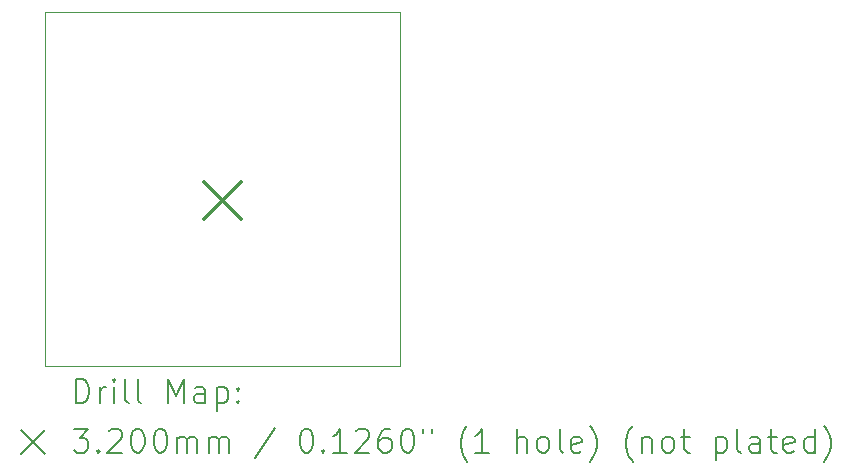
<source format=gbr>
%TF.GenerationSoftware,KiCad,Pcbnew,9.0.2*%
%TF.CreationDate,2025-07-05T11:04:58-07:00*%
%TF.ProjectId,Passive,50617373-6976-4652-9e6b-696361645f70,rev?*%
%TF.SameCoordinates,Original*%
%TF.FileFunction,Drillmap*%
%TF.FilePolarity,Positive*%
%FSLAX45Y45*%
G04 Gerber Fmt 4.5, Leading zero omitted, Abs format (unit mm)*
G04 Created by KiCad (PCBNEW 9.0.2) date 2025-07-05 11:04:58*
%MOMM*%
%LPD*%
G01*
G04 APERTURE LIST*
%ADD10C,0.050000*%
%ADD11C,0.200000*%
%ADD12C,0.320000*%
G04 APERTURE END LIST*
D10*
X13750000Y-6550000D02*
X16750000Y-6550000D01*
X16750000Y-9550000D01*
X13750000Y-9550000D01*
X13750000Y-6550000D01*
D11*
D12*
X15090000Y-7990000D02*
X15410000Y-8310000D01*
X15410000Y-7990000D02*
X15090000Y-8310000D01*
D11*
X14008277Y-9863984D02*
X14008277Y-9663984D01*
X14008277Y-9663984D02*
X14055896Y-9663984D01*
X14055896Y-9663984D02*
X14084467Y-9673508D01*
X14084467Y-9673508D02*
X14103515Y-9692555D01*
X14103515Y-9692555D02*
X14113039Y-9711603D01*
X14113039Y-9711603D02*
X14122562Y-9749698D01*
X14122562Y-9749698D02*
X14122562Y-9778270D01*
X14122562Y-9778270D02*
X14113039Y-9816365D01*
X14113039Y-9816365D02*
X14103515Y-9835412D01*
X14103515Y-9835412D02*
X14084467Y-9854460D01*
X14084467Y-9854460D02*
X14055896Y-9863984D01*
X14055896Y-9863984D02*
X14008277Y-9863984D01*
X14208277Y-9863984D02*
X14208277Y-9730650D01*
X14208277Y-9768746D02*
X14217801Y-9749698D01*
X14217801Y-9749698D02*
X14227324Y-9740174D01*
X14227324Y-9740174D02*
X14246372Y-9730650D01*
X14246372Y-9730650D02*
X14265420Y-9730650D01*
X14332086Y-9863984D02*
X14332086Y-9730650D01*
X14332086Y-9663984D02*
X14322562Y-9673508D01*
X14322562Y-9673508D02*
X14332086Y-9683031D01*
X14332086Y-9683031D02*
X14341610Y-9673508D01*
X14341610Y-9673508D02*
X14332086Y-9663984D01*
X14332086Y-9663984D02*
X14332086Y-9683031D01*
X14455896Y-9863984D02*
X14436848Y-9854460D01*
X14436848Y-9854460D02*
X14427324Y-9835412D01*
X14427324Y-9835412D02*
X14427324Y-9663984D01*
X14560658Y-9863984D02*
X14541610Y-9854460D01*
X14541610Y-9854460D02*
X14532086Y-9835412D01*
X14532086Y-9835412D02*
X14532086Y-9663984D01*
X14789229Y-9863984D02*
X14789229Y-9663984D01*
X14789229Y-9663984D02*
X14855896Y-9806841D01*
X14855896Y-9806841D02*
X14922562Y-9663984D01*
X14922562Y-9663984D02*
X14922562Y-9863984D01*
X15103515Y-9863984D02*
X15103515Y-9759222D01*
X15103515Y-9759222D02*
X15093991Y-9740174D01*
X15093991Y-9740174D02*
X15074943Y-9730650D01*
X15074943Y-9730650D02*
X15036848Y-9730650D01*
X15036848Y-9730650D02*
X15017801Y-9740174D01*
X15103515Y-9854460D02*
X15084467Y-9863984D01*
X15084467Y-9863984D02*
X15036848Y-9863984D01*
X15036848Y-9863984D02*
X15017801Y-9854460D01*
X15017801Y-9854460D02*
X15008277Y-9835412D01*
X15008277Y-9835412D02*
X15008277Y-9816365D01*
X15008277Y-9816365D02*
X15017801Y-9797317D01*
X15017801Y-9797317D02*
X15036848Y-9787793D01*
X15036848Y-9787793D02*
X15084467Y-9787793D01*
X15084467Y-9787793D02*
X15103515Y-9778270D01*
X15198753Y-9730650D02*
X15198753Y-9930650D01*
X15198753Y-9740174D02*
X15217801Y-9730650D01*
X15217801Y-9730650D02*
X15255896Y-9730650D01*
X15255896Y-9730650D02*
X15274943Y-9740174D01*
X15274943Y-9740174D02*
X15284467Y-9749698D01*
X15284467Y-9749698D02*
X15293991Y-9768746D01*
X15293991Y-9768746D02*
X15293991Y-9825889D01*
X15293991Y-9825889D02*
X15284467Y-9844936D01*
X15284467Y-9844936D02*
X15274943Y-9854460D01*
X15274943Y-9854460D02*
X15255896Y-9863984D01*
X15255896Y-9863984D02*
X15217801Y-9863984D01*
X15217801Y-9863984D02*
X15198753Y-9854460D01*
X15379705Y-9844936D02*
X15389229Y-9854460D01*
X15389229Y-9854460D02*
X15379705Y-9863984D01*
X15379705Y-9863984D02*
X15370182Y-9854460D01*
X15370182Y-9854460D02*
X15379705Y-9844936D01*
X15379705Y-9844936D02*
X15379705Y-9863984D01*
X15379705Y-9740174D02*
X15389229Y-9749698D01*
X15389229Y-9749698D02*
X15379705Y-9759222D01*
X15379705Y-9759222D02*
X15370182Y-9749698D01*
X15370182Y-9749698D02*
X15379705Y-9740174D01*
X15379705Y-9740174D02*
X15379705Y-9759222D01*
X13547500Y-10092500D02*
X13747500Y-10292500D01*
X13747500Y-10092500D02*
X13547500Y-10292500D01*
X13989229Y-10083984D02*
X14113039Y-10083984D01*
X14113039Y-10083984D02*
X14046372Y-10160174D01*
X14046372Y-10160174D02*
X14074943Y-10160174D01*
X14074943Y-10160174D02*
X14093991Y-10169698D01*
X14093991Y-10169698D02*
X14103515Y-10179222D01*
X14103515Y-10179222D02*
X14113039Y-10198270D01*
X14113039Y-10198270D02*
X14113039Y-10245889D01*
X14113039Y-10245889D02*
X14103515Y-10264936D01*
X14103515Y-10264936D02*
X14093991Y-10274460D01*
X14093991Y-10274460D02*
X14074943Y-10283984D01*
X14074943Y-10283984D02*
X14017801Y-10283984D01*
X14017801Y-10283984D02*
X13998753Y-10274460D01*
X13998753Y-10274460D02*
X13989229Y-10264936D01*
X14198753Y-10264936D02*
X14208277Y-10274460D01*
X14208277Y-10274460D02*
X14198753Y-10283984D01*
X14198753Y-10283984D02*
X14189229Y-10274460D01*
X14189229Y-10274460D02*
X14198753Y-10264936D01*
X14198753Y-10264936D02*
X14198753Y-10283984D01*
X14284467Y-10103031D02*
X14293991Y-10093508D01*
X14293991Y-10093508D02*
X14313039Y-10083984D01*
X14313039Y-10083984D02*
X14360658Y-10083984D01*
X14360658Y-10083984D02*
X14379705Y-10093508D01*
X14379705Y-10093508D02*
X14389229Y-10103031D01*
X14389229Y-10103031D02*
X14398753Y-10122079D01*
X14398753Y-10122079D02*
X14398753Y-10141127D01*
X14398753Y-10141127D02*
X14389229Y-10169698D01*
X14389229Y-10169698D02*
X14274943Y-10283984D01*
X14274943Y-10283984D02*
X14398753Y-10283984D01*
X14522562Y-10083984D02*
X14541610Y-10083984D01*
X14541610Y-10083984D02*
X14560658Y-10093508D01*
X14560658Y-10093508D02*
X14570182Y-10103031D01*
X14570182Y-10103031D02*
X14579705Y-10122079D01*
X14579705Y-10122079D02*
X14589229Y-10160174D01*
X14589229Y-10160174D02*
X14589229Y-10207793D01*
X14589229Y-10207793D02*
X14579705Y-10245889D01*
X14579705Y-10245889D02*
X14570182Y-10264936D01*
X14570182Y-10264936D02*
X14560658Y-10274460D01*
X14560658Y-10274460D02*
X14541610Y-10283984D01*
X14541610Y-10283984D02*
X14522562Y-10283984D01*
X14522562Y-10283984D02*
X14503515Y-10274460D01*
X14503515Y-10274460D02*
X14493991Y-10264936D01*
X14493991Y-10264936D02*
X14484467Y-10245889D01*
X14484467Y-10245889D02*
X14474943Y-10207793D01*
X14474943Y-10207793D02*
X14474943Y-10160174D01*
X14474943Y-10160174D02*
X14484467Y-10122079D01*
X14484467Y-10122079D02*
X14493991Y-10103031D01*
X14493991Y-10103031D02*
X14503515Y-10093508D01*
X14503515Y-10093508D02*
X14522562Y-10083984D01*
X14713039Y-10083984D02*
X14732086Y-10083984D01*
X14732086Y-10083984D02*
X14751134Y-10093508D01*
X14751134Y-10093508D02*
X14760658Y-10103031D01*
X14760658Y-10103031D02*
X14770182Y-10122079D01*
X14770182Y-10122079D02*
X14779705Y-10160174D01*
X14779705Y-10160174D02*
X14779705Y-10207793D01*
X14779705Y-10207793D02*
X14770182Y-10245889D01*
X14770182Y-10245889D02*
X14760658Y-10264936D01*
X14760658Y-10264936D02*
X14751134Y-10274460D01*
X14751134Y-10274460D02*
X14732086Y-10283984D01*
X14732086Y-10283984D02*
X14713039Y-10283984D01*
X14713039Y-10283984D02*
X14693991Y-10274460D01*
X14693991Y-10274460D02*
X14684467Y-10264936D01*
X14684467Y-10264936D02*
X14674943Y-10245889D01*
X14674943Y-10245889D02*
X14665420Y-10207793D01*
X14665420Y-10207793D02*
X14665420Y-10160174D01*
X14665420Y-10160174D02*
X14674943Y-10122079D01*
X14674943Y-10122079D02*
X14684467Y-10103031D01*
X14684467Y-10103031D02*
X14693991Y-10093508D01*
X14693991Y-10093508D02*
X14713039Y-10083984D01*
X14865420Y-10283984D02*
X14865420Y-10150650D01*
X14865420Y-10169698D02*
X14874943Y-10160174D01*
X14874943Y-10160174D02*
X14893991Y-10150650D01*
X14893991Y-10150650D02*
X14922563Y-10150650D01*
X14922563Y-10150650D02*
X14941610Y-10160174D01*
X14941610Y-10160174D02*
X14951134Y-10179222D01*
X14951134Y-10179222D02*
X14951134Y-10283984D01*
X14951134Y-10179222D02*
X14960658Y-10160174D01*
X14960658Y-10160174D02*
X14979705Y-10150650D01*
X14979705Y-10150650D02*
X15008277Y-10150650D01*
X15008277Y-10150650D02*
X15027324Y-10160174D01*
X15027324Y-10160174D02*
X15036848Y-10179222D01*
X15036848Y-10179222D02*
X15036848Y-10283984D01*
X15132086Y-10283984D02*
X15132086Y-10150650D01*
X15132086Y-10169698D02*
X15141610Y-10160174D01*
X15141610Y-10160174D02*
X15160658Y-10150650D01*
X15160658Y-10150650D02*
X15189229Y-10150650D01*
X15189229Y-10150650D02*
X15208277Y-10160174D01*
X15208277Y-10160174D02*
X15217801Y-10179222D01*
X15217801Y-10179222D02*
X15217801Y-10283984D01*
X15217801Y-10179222D02*
X15227324Y-10160174D01*
X15227324Y-10160174D02*
X15246372Y-10150650D01*
X15246372Y-10150650D02*
X15274943Y-10150650D01*
X15274943Y-10150650D02*
X15293991Y-10160174D01*
X15293991Y-10160174D02*
X15303515Y-10179222D01*
X15303515Y-10179222D02*
X15303515Y-10283984D01*
X15693991Y-10074460D02*
X15522563Y-10331603D01*
X15951134Y-10083984D02*
X15970182Y-10083984D01*
X15970182Y-10083984D02*
X15989229Y-10093508D01*
X15989229Y-10093508D02*
X15998753Y-10103031D01*
X15998753Y-10103031D02*
X16008277Y-10122079D01*
X16008277Y-10122079D02*
X16017801Y-10160174D01*
X16017801Y-10160174D02*
X16017801Y-10207793D01*
X16017801Y-10207793D02*
X16008277Y-10245889D01*
X16008277Y-10245889D02*
X15998753Y-10264936D01*
X15998753Y-10264936D02*
X15989229Y-10274460D01*
X15989229Y-10274460D02*
X15970182Y-10283984D01*
X15970182Y-10283984D02*
X15951134Y-10283984D01*
X15951134Y-10283984D02*
X15932086Y-10274460D01*
X15932086Y-10274460D02*
X15922563Y-10264936D01*
X15922563Y-10264936D02*
X15913039Y-10245889D01*
X15913039Y-10245889D02*
X15903515Y-10207793D01*
X15903515Y-10207793D02*
X15903515Y-10160174D01*
X15903515Y-10160174D02*
X15913039Y-10122079D01*
X15913039Y-10122079D02*
X15922563Y-10103031D01*
X15922563Y-10103031D02*
X15932086Y-10093508D01*
X15932086Y-10093508D02*
X15951134Y-10083984D01*
X16103515Y-10264936D02*
X16113039Y-10274460D01*
X16113039Y-10274460D02*
X16103515Y-10283984D01*
X16103515Y-10283984D02*
X16093991Y-10274460D01*
X16093991Y-10274460D02*
X16103515Y-10264936D01*
X16103515Y-10264936D02*
X16103515Y-10283984D01*
X16303515Y-10283984D02*
X16189229Y-10283984D01*
X16246372Y-10283984D02*
X16246372Y-10083984D01*
X16246372Y-10083984D02*
X16227325Y-10112555D01*
X16227325Y-10112555D02*
X16208277Y-10131603D01*
X16208277Y-10131603D02*
X16189229Y-10141127D01*
X16379706Y-10103031D02*
X16389229Y-10093508D01*
X16389229Y-10093508D02*
X16408277Y-10083984D01*
X16408277Y-10083984D02*
X16455896Y-10083984D01*
X16455896Y-10083984D02*
X16474944Y-10093508D01*
X16474944Y-10093508D02*
X16484467Y-10103031D01*
X16484467Y-10103031D02*
X16493991Y-10122079D01*
X16493991Y-10122079D02*
X16493991Y-10141127D01*
X16493991Y-10141127D02*
X16484467Y-10169698D01*
X16484467Y-10169698D02*
X16370182Y-10283984D01*
X16370182Y-10283984D02*
X16493991Y-10283984D01*
X16665420Y-10083984D02*
X16627325Y-10083984D01*
X16627325Y-10083984D02*
X16608277Y-10093508D01*
X16608277Y-10093508D02*
X16598753Y-10103031D01*
X16598753Y-10103031D02*
X16579706Y-10131603D01*
X16579706Y-10131603D02*
X16570182Y-10169698D01*
X16570182Y-10169698D02*
X16570182Y-10245889D01*
X16570182Y-10245889D02*
X16579706Y-10264936D01*
X16579706Y-10264936D02*
X16589229Y-10274460D01*
X16589229Y-10274460D02*
X16608277Y-10283984D01*
X16608277Y-10283984D02*
X16646372Y-10283984D01*
X16646372Y-10283984D02*
X16665420Y-10274460D01*
X16665420Y-10274460D02*
X16674944Y-10264936D01*
X16674944Y-10264936D02*
X16684467Y-10245889D01*
X16684467Y-10245889D02*
X16684467Y-10198270D01*
X16684467Y-10198270D02*
X16674944Y-10179222D01*
X16674944Y-10179222D02*
X16665420Y-10169698D01*
X16665420Y-10169698D02*
X16646372Y-10160174D01*
X16646372Y-10160174D02*
X16608277Y-10160174D01*
X16608277Y-10160174D02*
X16589229Y-10169698D01*
X16589229Y-10169698D02*
X16579706Y-10179222D01*
X16579706Y-10179222D02*
X16570182Y-10198270D01*
X16808277Y-10083984D02*
X16827325Y-10083984D01*
X16827325Y-10083984D02*
X16846372Y-10093508D01*
X16846372Y-10093508D02*
X16855896Y-10103031D01*
X16855896Y-10103031D02*
X16865420Y-10122079D01*
X16865420Y-10122079D02*
X16874944Y-10160174D01*
X16874944Y-10160174D02*
X16874944Y-10207793D01*
X16874944Y-10207793D02*
X16865420Y-10245889D01*
X16865420Y-10245889D02*
X16855896Y-10264936D01*
X16855896Y-10264936D02*
X16846372Y-10274460D01*
X16846372Y-10274460D02*
X16827325Y-10283984D01*
X16827325Y-10283984D02*
X16808277Y-10283984D01*
X16808277Y-10283984D02*
X16789229Y-10274460D01*
X16789229Y-10274460D02*
X16779706Y-10264936D01*
X16779706Y-10264936D02*
X16770182Y-10245889D01*
X16770182Y-10245889D02*
X16760658Y-10207793D01*
X16760658Y-10207793D02*
X16760658Y-10160174D01*
X16760658Y-10160174D02*
X16770182Y-10122079D01*
X16770182Y-10122079D02*
X16779706Y-10103031D01*
X16779706Y-10103031D02*
X16789229Y-10093508D01*
X16789229Y-10093508D02*
X16808277Y-10083984D01*
X16951134Y-10083984D02*
X16951134Y-10122079D01*
X17027325Y-10083984D02*
X17027325Y-10122079D01*
X17322563Y-10360174D02*
X17313039Y-10350650D01*
X17313039Y-10350650D02*
X17293991Y-10322079D01*
X17293991Y-10322079D02*
X17284468Y-10303031D01*
X17284468Y-10303031D02*
X17274944Y-10274460D01*
X17274944Y-10274460D02*
X17265420Y-10226841D01*
X17265420Y-10226841D02*
X17265420Y-10188746D01*
X17265420Y-10188746D02*
X17274944Y-10141127D01*
X17274944Y-10141127D02*
X17284468Y-10112555D01*
X17284468Y-10112555D02*
X17293991Y-10093508D01*
X17293991Y-10093508D02*
X17313039Y-10064936D01*
X17313039Y-10064936D02*
X17322563Y-10055412D01*
X17503515Y-10283984D02*
X17389230Y-10283984D01*
X17446372Y-10283984D02*
X17446372Y-10083984D01*
X17446372Y-10083984D02*
X17427325Y-10112555D01*
X17427325Y-10112555D02*
X17408277Y-10131603D01*
X17408277Y-10131603D02*
X17389230Y-10141127D01*
X17741611Y-10283984D02*
X17741611Y-10083984D01*
X17827325Y-10283984D02*
X17827325Y-10179222D01*
X17827325Y-10179222D02*
X17817801Y-10160174D01*
X17817801Y-10160174D02*
X17798753Y-10150650D01*
X17798753Y-10150650D02*
X17770182Y-10150650D01*
X17770182Y-10150650D02*
X17751134Y-10160174D01*
X17751134Y-10160174D02*
X17741611Y-10169698D01*
X17951134Y-10283984D02*
X17932087Y-10274460D01*
X17932087Y-10274460D02*
X17922563Y-10264936D01*
X17922563Y-10264936D02*
X17913039Y-10245889D01*
X17913039Y-10245889D02*
X17913039Y-10188746D01*
X17913039Y-10188746D02*
X17922563Y-10169698D01*
X17922563Y-10169698D02*
X17932087Y-10160174D01*
X17932087Y-10160174D02*
X17951134Y-10150650D01*
X17951134Y-10150650D02*
X17979706Y-10150650D01*
X17979706Y-10150650D02*
X17998753Y-10160174D01*
X17998753Y-10160174D02*
X18008277Y-10169698D01*
X18008277Y-10169698D02*
X18017801Y-10188746D01*
X18017801Y-10188746D02*
X18017801Y-10245889D01*
X18017801Y-10245889D02*
X18008277Y-10264936D01*
X18008277Y-10264936D02*
X17998753Y-10274460D01*
X17998753Y-10274460D02*
X17979706Y-10283984D01*
X17979706Y-10283984D02*
X17951134Y-10283984D01*
X18132087Y-10283984D02*
X18113039Y-10274460D01*
X18113039Y-10274460D02*
X18103515Y-10255412D01*
X18103515Y-10255412D02*
X18103515Y-10083984D01*
X18284468Y-10274460D02*
X18265420Y-10283984D01*
X18265420Y-10283984D02*
X18227325Y-10283984D01*
X18227325Y-10283984D02*
X18208277Y-10274460D01*
X18208277Y-10274460D02*
X18198753Y-10255412D01*
X18198753Y-10255412D02*
X18198753Y-10179222D01*
X18198753Y-10179222D02*
X18208277Y-10160174D01*
X18208277Y-10160174D02*
X18227325Y-10150650D01*
X18227325Y-10150650D02*
X18265420Y-10150650D01*
X18265420Y-10150650D02*
X18284468Y-10160174D01*
X18284468Y-10160174D02*
X18293992Y-10179222D01*
X18293992Y-10179222D02*
X18293992Y-10198270D01*
X18293992Y-10198270D02*
X18198753Y-10217317D01*
X18360658Y-10360174D02*
X18370182Y-10350650D01*
X18370182Y-10350650D02*
X18389230Y-10322079D01*
X18389230Y-10322079D02*
X18398753Y-10303031D01*
X18398753Y-10303031D02*
X18408277Y-10274460D01*
X18408277Y-10274460D02*
X18417801Y-10226841D01*
X18417801Y-10226841D02*
X18417801Y-10188746D01*
X18417801Y-10188746D02*
X18408277Y-10141127D01*
X18408277Y-10141127D02*
X18398753Y-10112555D01*
X18398753Y-10112555D02*
X18389230Y-10093508D01*
X18389230Y-10093508D02*
X18370182Y-10064936D01*
X18370182Y-10064936D02*
X18360658Y-10055412D01*
X18722563Y-10360174D02*
X18713039Y-10350650D01*
X18713039Y-10350650D02*
X18693992Y-10322079D01*
X18693992Y-10322079D02*
X18684468Y-10303031D01*
X18684468Y-10303031D02*
X18674944Y-10274460D01*
X18674944Y-10274460D02*
X18665420Y-10226841D01*
X18665420Y-10226841D02*
X18665420Y-10188746D01*
X18665420Y-10188746D02*
X18674944Y-10141127D01*
X18674944Y-10141127D02*
X18684468Y-10112555D01*
X18684468Y-10112555D02*
X18693992Y-10093508D01*
X18693992Y-10093508D02*
X18713039Y-10064936D01*
X18713039Y-10064936D02*
X18722563Y-10055412D01*
X18798753Y-10150650D02*
X18798753Y-10283984D01*
X18798753Y-10169698D02*
X18808277Y-10160174D01*
X18808277Y-10160174D02*
X18827325Y-10150650D01*
X18827325Y-10150650D02*
X18855896Y-10150650D01*
X18855896Y-10150650D02*
X18874944Y-10160174D01*
X18874944Y-10160174D02*
X18884468Y-10179222D01*
X18884468Y-10179222D02*
X18884468Y-10283984D01*
X19008277Y-10283984D02*
X18989230Y-10274460D01*
X18989230Y-10274460D02*
X18979706Y-10264936D01*
X18979706Y-10264936D02*
X18970182Y-10245889D01*
X18970182Y-10245889D02*
X18970182Y-10188746D01*
X18970182Y-10188746D02*
X18979706Y-10169698D01*
X18979706Y-10169698D02*
X18989230Y-10160174D01*
X18989230Y-10160174D02*
X19008277Y-10150650D01*
X19008277Y-10150650D02*
X19036849Y-10150650D01*
X19036849Y-10150650D02*
X19055896Y-10160174D01*
X19055896Y-10160174D02*
X19065420Y-10169698D01*
X19065420Y-10169698D02*
X19074944Y-10188746D01*
X19074944Y-10188746D02*
X19074944Y-10245889D01*
X19074944Y-10245889D02*
X19065420Y-10264936D01*
X19065420Y-10264936D02*
X19055896Y-10274460D01*
X19055896Y-10274460D02*
X19036849Y-10283984D01*
X19036849Y-10283984D02*
X19008277Y-10283984D01*
X19132087Y-10150650D02*
X19208277Y-10150650D01*
X19160658Y-10083984D02*
X19160658Y-10255412D01*
X19160658Y-10255412D02*
X19170182Y-10274460D01*
X19170182Y-10274460D02*
X19189230Y-10283984D01*
X19189230Y-10283984D02*
X19208277Y-10283984D01*
X19427325Y-10150650D02*
X19427325Y-10350650D01*
X19427325Y-10160174D02*
X19446373Y-10150650D01*
X19446373Y-10150650D02*
X19484468Y-10150650D01*
X19484468Y-10150650D02*
X19503515Y-10160174D01*
X19503515Y-10160174D02*
X19513039Y-10169698D01*
X19513039Y-10169698D02*
X19522563Y-10188746D01*
X19522563Y-10188746D02*
X19522563Y-10245889D01*
X19522563Y-10245889D02*
X19513039Y-10264936D01*
X19513039Y-10264936D02*
X19503515Y-10274460D01*
X19503515Y-10274460D02*
X19484468Y-10283984D01*
X19484468Y-10283984D02*
X19446373Y-10283984D01*
X19446373Y-10283984D02*
X19427325Y-10274460D01*
X19636849Y-10283984D02*
X19617801Y-10274460D01*
X19617801Y-10274460D02*
X19608277Y-10255412D01*
X19608277Y-10255412D02*
X19608277Y-10083984D01*
X19798754Y-10283984D02*
X19798754Y-10179222D01*
X19798754Y-10179222D02*
X19789230Y-10160174D01*
X19789230Y-10160174D02*
X19770182Y-10150650D01*
X19770182Y-10150650D02*
X19732087Y-10150650D01*
X19732087Y-10150650D02*
X19713039Y-10160174D01*
X19798754Y-10274460D02*
X19779706Y-10283984D01*
X19779706Y-10283984D02*
X19732087Y-10283984D01*
X19732087Y-10283984D02*
X19713039Y-10274460D01*
X19713039Y-10274460D02*
X19703515Y-10255412D01*
X19703515Y-10255412D02*
X19703515Y-10236365D01*
X19703515Y-10236365D02*
X19713039Y-10217317D01*
X19713039Y-10217317D02*
X19732087Y-10207793D01*
X19732087Y-10207793D02*
X19779706Y-10207793D01*
X19779706Y-10207793D02*
X19798754Y-10198270D01*
X19865420Y-10150650D02*
X19941611Y-10150650D01*
X19893992Y-10083984D02*
X19893992Y-10255412D01*
X19893992Y-10255412D02*
X19903515Y-10274460D01*
X19903515Y-10274460D02*
X19922563Y-10283984D01*
X19922563Y-10283984D02*
X19941611Y-10283984D01*
X20084468Y-10274460D02*
X20065420Y-10283984D01*
X20065420Y-10283984D02*
X20027325Y-10283984D01*
X20027325Y-10283984D02*
X20008277Y-10274460D01*
X20008277Y-10274460D02*
X19998754Y-10255412D01*
X19998754Y-10255412D02*
X19998754Y-10179222D01*
X19998754Y-10179222D02*
X20008277Y-10160174D01*
X20008277Y-10160174D02*
X20027325Y-10150650D01*
X20027325Y-10150650D02*
X20065420Y-10150650D01*
X20065420Y-10150650D02*
X20084468Y-10160174D01*
X20084468Y-10160174D02*
X20093992Y-10179222D01*
X20093992Y-10179222D02*
X20093992Y-10198270D01*
X20093992Y-10198270D02*
X19998754Y-10217317D01*
X20265420Y-10283984D02*
X20265420Y-10083984D01*
X20265420Y-10274460D02*
X20246373Y-10283984D01*
X20246373Y-10283984D02*
X20208277Y-10283984D01*
X20208277Y-10283984D02*
X20189230Y-10274460D01*
X20189230Y-10274460D02*
X20179706Y-10264936D01*
X20179706Y-10264936D02*
X20170182Y-10245889D01*
X20170182Y-10245889D02*
X20170182Y-10188746D01*
X20170182Y-10188746D02*
X20179706Y-10169698D01*
X20179706Y-10169698D02*
X20189230Y-10160174D01*
X20189230Y-10160174D02*
X20208277Y-10150650D01*
X20208277Y-10150650D02*
X20246373Y-10150650D01*
X20246373Y-10150650D02*
X20265420Y-10160174D01*
X20341611Y-10360174D02*
X20351135Y-10350650D01*
X20351135Y-10350650D02*
X20370182Y-10322079D01*
X20370182Y-10322079D02*
X20379706Y-10303031D01*
X20379706Y-10303031D02*
X20389230Y-10274460D01*
X20389230Y-10274460D02*
X20398754Y-10226841D01*
X20398754Y-10226841D02*
X20398754Y-10188746D01*
X20398754Y-10188746D02*
X20389230Y-10141127D01*
X20389230Y-10141127D02*
X20379706Y-10112555D01*
X20379706Y-10112555D02*
X20370182Y-10093508D01*
X20370182Y-10093508D02*
X20351135Y-10064936D01*
X20351135Y-10064936D02*
X20341611Y-10055412D01*
M02*

</source>
